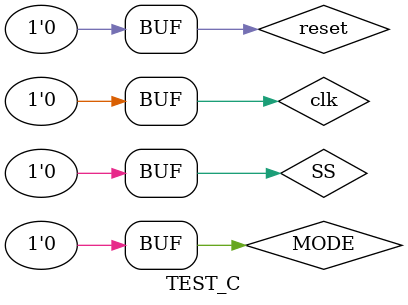
<source format=v>
`timescale 1ns / 1ps


module TEST_C;

	// Inputs
	reg clk;
	reg reset;
	reg SS;
	reg MODE;

	// Outputs
	wire [7:0] out;

	// Instantiate the Unit Under Test (UUT)
	Counter2Speed uut (
		.clk(clk), 
		.reset(reset), 
		.SS(SS), 
		.MODE(MODE), 
		.out(out)
	);

	initial begin
		// Initialize Inputs
		clk = 0;
		reset = 0;
		SS = 0;
		MODE = 0;
	end
      
endmodule


</source>
